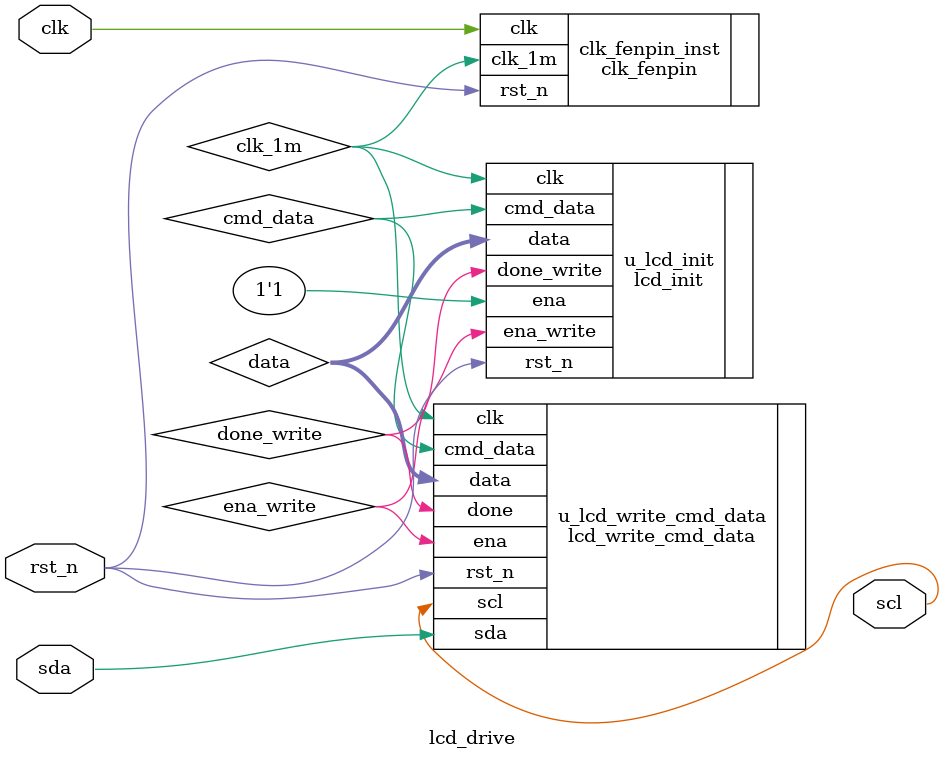
<source format=v>
module lcd_drive(
	input clk,		//时钟信号 50m
	input rst_n,	//按键复位
	output scl,		//iic scl
	inout sda		//iic sda
);

wire clk_1m;		//1m的时钟信号
wire done_write;	//一次数据/命令写完成
wire [7:0] data;	//写的字节
wire cmd_data;		//数据还是命令 0：命令，1：数据
wire ena_write;	//使能写数据/命令模块

//时钟分频模块 产生1M的时钟
clk_fenpin clk_fenpin_inst(
	.clk(clk),
	.rst_n(rst_n),
	.clk_1m(clk_1m)
);

//lcd初始化模块
lcd_init u_lcd_init(
	.clk(clk_1m),
	.rst_n(rst_n),
	.ena(1'b1),
	.done_write(done_write),
	.data(data),
	.cmd_data(cmd_data),
	.ena_write(ena_write)
);

//lcd写命令/数据模块
lcd_write_cmd_data u_lcd_write_cmd_data(
	.clk(clk_1m),
	.rst_n(rst_n),
	.ena(ena_write),
	.data(data),
	.cmd_data(cmd_data),
	.sda(sda),
	.scl(scl),
	.done(done_write)
);

endmodule
</source>
